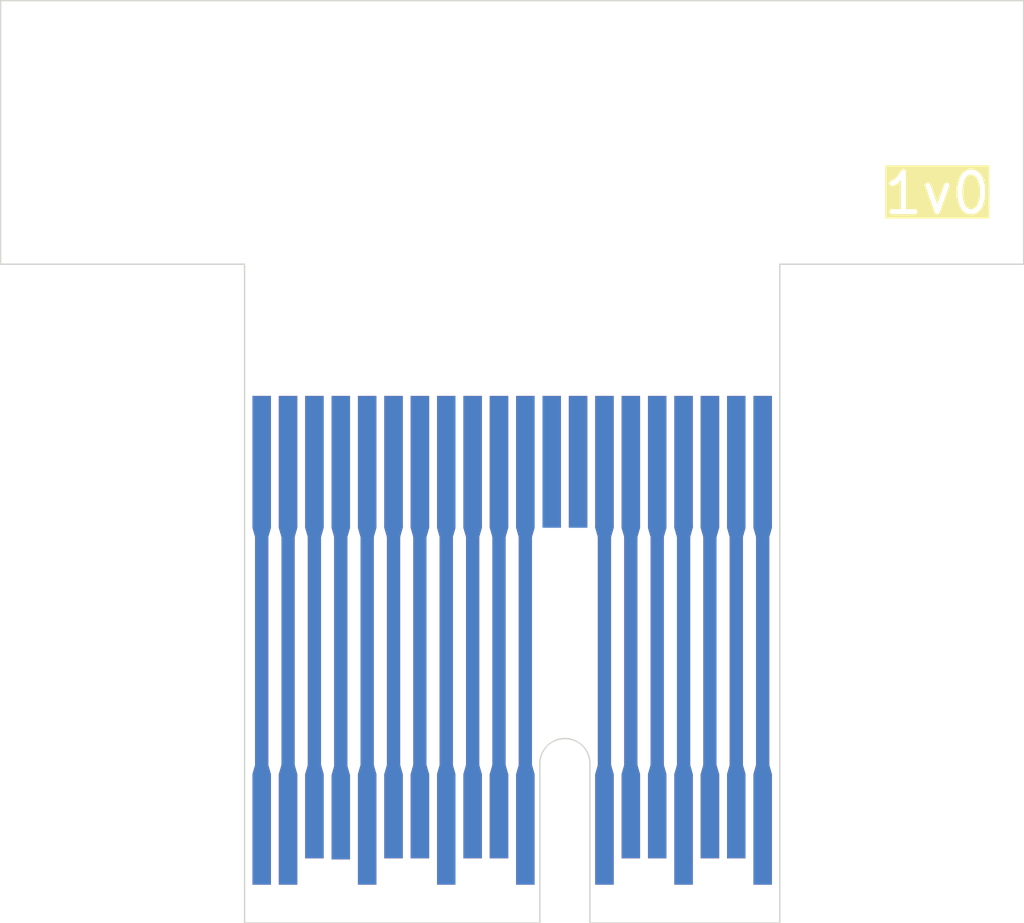
<source format=kicad_pcb>
(kicad_pcb (version 20241229) (generator "pcbnew") (generator_version "9.0")
  (layers (0 "F.Cu" signal) (2 "B.Cu" signal) (13 "F.Paste" user) (15 "B.Paste" user) (5 "F.SilkS" user "F.Silkscreen") (7 "B.SilkS" user "B.Silkscreen") (1 "F.Mask" user) (3 "B.Mask" user) (25 "Edge.Cuts" user))
  (net 0 "")
  (net 1 "Net-(J1-Pin_28)")
  (net 2 "Net-(J1-Pin_20)")
  (net 4 "Net-(J1-Pin_39)")
  (net 5 "Net-(J1-Pin_10)")
  (net 6 "Net-(J1-Pin_12)")
  (net 7 "Net-(J1-Pin_22)")
  (net 8 "Net-(J1-Pin_16)")
  (net 9 "Net-(J1-Pin_6)")
  (net 10 "Net-(J1-Pin_15)")
  (net 11 "Net-(J1-Pin_38)")
  (net 12 "Net-(J1-Pin_18)")
  (net 13 "Net-(J1-Pin_35)")
  (net 14 "Net-(J1-Pin_36)")
  (net 16 "Net-(J1-Pin_2)")
  (net 17 "Net-(J1-Pin_40)")
  (net 18 "Net-(J1-Pin_8)")
  (net 19 "Net-(J1-Pin_19)")
  (net 21 "Net-(J1-Pin_33)")
  (net 22 "Net-(J1-Pin_3)")
  (net 23 "Net-(J1-Pin_37)")
  (net 24 "Net-(J1-Pin_34)")
  (net 25 "Net-(J1-Pin_1)")
  (net 26 "Net-(J1-Pin_30)")
  (net 27 "Net-(J1-Pin_29)")
  (net 28 "Net-(J1-Pin_9)")
  (net 29 "Net-(J1-Pin_17)")
  (net 30 "Net-(J1-Pin_31)")
  (net 32 "Net-(J1-Pin_32)")
  (net 33 "Net-(J1-Pin_4)")
  (net 34 "Net-(J1-Pin_14)")
  (net 35 "Net-(J1-Pin_27)")
  (net 36 "Net-(J1-Pin_21)")
  (net 37 "Net-(J1-Pin_5)")
  (net 38 "Net-(J1-Pin_11)")
  (net 39 "Net-(J1-Pin_7)")
  (net 40 "Net-(J1-Pin_13)")
  (footprint "Custom_Library:Samtec_pcie-036" (layer "F.Cu") (at 144 79.75)
    (property "Reference" "J2" (hide yes))
    (property "Value" "PCIE-036")
    (pad "1" connect rect (at -11.5 2.5) (size 0.7 4.19) (layers "F.Cu" "F.Mask") (net 25 "Net-(J1-Pin_1)") (clearance 0.15))
    (pad "2" connect rect (at -11.5 2.5) (size 0.7 4.19) (layers "B.Cu" "B.Mask") (net 16 "Net-(J1-Pin_2)") (clearance 0.15))
    (pad "3" connect rect (at -10.5 2.5) (size 0.7 4.19) (layers "F.Cu" "F.Mask") (net 22 "Net-(J1-Pin_3)") (clearance 0.15))
    (pad "4" connect rect (at -10.5 2.5) (size 0.7 4.19) (layers "B.Cu" "B.Mask") (net 33 "Net-(J1-Pin_4)") (clearance 0.15))
    (pad "5" connect rect (at -9.5 2) (size 0.7 3.19) (layers "F.Cu" "F.Mask") (net 37 "Net-(J1-Pin_5)") (clearance 0.15))
    (pad "6" connect rect (at -9.5 2) (size 0.7 3.19) (layers "B.Cu" "B.Mask") (net 9 "Net-(J1-Pin_6)") (clearance 0.15))
    (pad "7" connect rect (at -8.5 2.04) (size 0.7 3.19) (layers "F.Cu" "F.Mask") (net 39 "Net-(J1-Pin_7)") (clearance 0.15))
    (pad "8" connect rect (at -8.5 2.04) (size 0.7 3.19) (layers "B.Cu" "B.Mask") (net 18 "Net-(J1-Pin_8)") (clearance 0.15))
    (pad "9" connect rect (at -7.5 2.5) (size 0.7 4.19) (layers "F.Cu" "F.Mask") (net 28 "Net-(J1-Pin_9)") (clearance 0.15))
    (pad "10" connect rect (at -7.5 2.5) (size 0.7 4.19) (layers "B.Cu" "B.Mask") (net 5 "Net-(J1-Pin_10)") (clearance 0.15))
    (pad "11" connect rect (at -6.5 2) (size 0.7 3.19) (layers "F.Cu" "F.Mask") (net 38 "Net-(J1-Pin_11)") (clearance 0.15))
    (pad "12" connect rect (at -6.5 2) (size 0.7 3.19) (layers "B.Cu" "B.Mask") (net 6 "Net-(J1-Pin_12)") (clearance 0.15))
    (pad "13" connect rect (at -5.5 2) (size 0.7 3.19) (layers "F.Cu" "F.Mask") (net 40 "Net-(J1-Pin_13)") (clearance 0.15))
    (pad "14" connect rect (at -5.5 2) (size 0.7 3.19) (layers "B.Cu" "B.Mask") (net 34 "Net-(J1-Pin_14)") (clearance 0.15))
    (pad "15" connect rect (at -4.5 2.5) (size 0.7 4.19) (layers "F.Cu" "F.Mask") (net 10 "Net-(J1-Pin_15)") (clearance 0.15))
    (pad "16" connect rect (at -4.5 2.5) (size 0.7 4.19) (layers "B.Cu" "B.Mask") (net 8 "Net-(J1-Pin_16)") (clearance 0.15))
    (pad "17" connect rect (at -3.5 2) (size 0.7 3.19) (layers "F.Cu" "F.Mask") (net 29 "Net-(J1-Pin_17)") (clearance 0.15))
    (pad "18" connect rect (at -3.5 2) (size 0.7 3.19) (layers "B.Cu" "B.Mask") (net 12 "Net-(J1-Pin_18)") (clearance 0.15))
    (pad "19" connect rect (at -2.5 2) (size 0.7 3.19) (layers "F.Cu" "F.Mask") (net 19 "Net-(J1-Pin_19)") (clearance 0.15))
    (pad "20" connect rect (at -2.5 2) (size 0.7 3.19) (layers "B.Cu" "B.Mask") (net 2 "Net-(J1-Pin_20)") (clearance 0.15))
    (pad "21" connect rect (at -1.5 2.5) (size 0.7 4.19) (layers "F.Cu" "F.Mask") (net 36 "Net-(J1-Pin_21)") (clearance 0.15))
    (pad "22" connect rect (at -1.5 2.5) (size 0.7 4.19) (layers "B.Cu" "B.Mask") (net 7 "Net-(J1-Pin_22)") (clearance 0.15))
    (pad "23" connect rect (at 1.5 2.5) (size 0.7 4.19) (layers "F.Cu" "F.Mask") (net 35 "Net-(J1-Pin_27)") (clearance 0.15))
    (pad "24" connect rect (at 1.5 2.5) (size 0.7 4.19) (layers "B.Cu" "B.Mask") (net 1 "Net-(J1-Pin_28)") (clearance 0.15))
    (pad "25" connect rect (at 2.5 2) (size 0.7 3.19) (layers "F.Cu" "F.Mask") (net 27 "Net-(J1-Pin_29)") (clearance 0.15))
    (pad "26" connect rect (at 2.5 2) (size 0.7 3.19) (layers "B.Cu" "B.Mask") (net 26 "Net-(J1-Pin_30)") (clearance 0.15))
    (pad "27" connect rect (at 3.5 2) (size 0.7 3.19) (layers "F.Cu" "F.Mask") (net 30 "Net-(J1-Pin_31)") (clearance 0.15))
    (pad "28" connect rect (at 3.5 2) (size 0.7 3.19) (layers "B.Cu" "B.Mask") (net 32 "Net-(J1-Pin_32)") (clearance 0.15))
    (pad "29" connect rect (at 4.5 2.5) (size 0.7 4.19) (layers "F.Cu" "F.Mask") (net 21 "Net-(J1-Pin_33)") (clearance 0.15))
    (pad "30" connect rect (at 4.5 2.5) (size 0.7 4.19) (layers "B.Cu" "B.Mask") (net 24 "Net-(J1-Pin_34)") (clearance 0.15))
    (pad "31" connect rect (at 5.5 2) (size 0.7 3.19) (layers "F.Cu" "F.Mask") (net 13 "Net-(J1-Pin_35)") (clearance 0.15))
    (pad "32" connect rect (at 5.5 2) (size 0.7 3.19) (layers "B.Cu" "B.Mask") (net 14 "Net-(J1-Pin_36)") (clearance 0.15))
    (pad "33" connect rect (at 6.5 2) (size 0.7 3.19) (layers "F.Cu" "F.Mask") (net 23 "Net-(J1-Pin_37)") (clearance 0.15))
    (pad "34" connect rect (at 6.5 2) (size 0.7 3.19) (layers "B.Cu" "B.Mask") (net 11 "Net-(J1-Pin_38)") (clearance 0.15))
    (pad "35" connect rect (at 7.5 2.5) (size 0.7 4.19) (layers "F.Cu" "F.Mask") (net 4 "Net-(J1-Pin_39)") (clearance 0.15))
    (pad "36" connect rect (at 7.5 2.5) (size 0.7 4.19) (layers "B.Cu" "B.Mask") (net 17 "Net-(J1-Pin_40)") (clearance 0.15))
  )
  (footprint "Custom_Library:Samtec_pcie-SAL120" (layer "F.Cu") (at 142 68.3)
    (property "Reference" "J1" (hide yes))
    (property "Value" "SAL-120")
    (pad "1" connect rect (at -9.5 0) (size 0.7 5) (layers "F.Cu" "F.Mask") (net 25 "Net-(J1-Pin_1)") (clearance 0.15))
    (pad "2" connect rect (at -9.5 0) (size 0.7 5) (layers "B.Cu" "B.Mask") (net 16 "Net-(J1-Pin_2)") (clearance 0.15))
    (pad "3" connect rect (at -8.5 0) (size 0.7 5) (layers "F.Cu" "F.Mask") (net 22 "Net-(J1-Pin_3)") (clearance 0.15))
    (pad "4" connect rect (at -8.5 0) (size 0.7 5) (layers "B.Cu" "B.Mask") (net 33 "Net-(J1-Pin_4)") (clearance 0.15))
    (pad "5" connect rect (at -7.5 0) (size 0.7 5) (layers "F.Cu" "F.Mask") (net 37 "Net-(J1-Pin_5)") (clearance 0.15))
    (pad "6" connect rect (at -7.5 0) (size 0.7 5) (layers "B.Cu" "B.Mask") (net 9 "Net-(J1-Pin_6)") (clearance 0.15))
    (pad "7" connect rect (at -6.5 0) (size 0.7 5) (layers "F.Cu" "F.Mask") (net 39 "Net-(J1-Pin_7)") (clearance 0.15))
    (pad "8" connect rect (at -6.5 0) (size 0.7 5) (layers "B.Cu" "B.Mask") (net 18 "Net-(J1-Pin_8)") (clearance 0.15))
    (pad "9" connect rect (at -5.5 0) (size 0.7 5) (layers "F.Cu" "F.Mask") (net 28 "Net-(J1-Pin_9)") (clearance 0.15))
    (pad "10" connect rect (at -5.5 0) (size 0.7 5) (layers "B.Cu" "B.Mask") (net 5 "Net-(J1-Pin_10)") (clearance 0.15))
    (pad "11" connect rect (at -4.5 0) (size 0.7 5) (layers "F.Cu" "F.Mask") (net 38 "Net-(J1-Pin_11)") (clearance 0.15))
    (pad "12" connect rect (at -4.5 0) (size 0.7 5) (layers "B.Cu" "B.Mask") (net 6 "Net-(J1-Pin_12)") (clearance 0.15))
    (pad "13" connect rect (at -3.5 0) (size 0.7 5) (layers "F.Cu" "F.Mask") (net 40 "Net-(J1-Pin_13)") (clearance 0.15))
    (pad "14" connect rect (at -3.5 0) (size 0.7 5) (layers "B.Cu" "B.Mask") (net 34 "Net-(J1-Pin_14)") (clearance 0.15))
    (pad "15" connect rect (at -2.5 0) (size 0.7 5) (layers "F.Cu" "F.Mask") (net 10 "Net-(J1-Pin_15)") (clearance 0.15))
    (pad "16" connect rect (at -2.5 0) (size 0.7 5) (layers "B.Cu" "B.Mask") (net 8 "Net-(J1-Pin_16)") (clearance 0.15))
    (pad "17" connect rect (at -1.5 0) (size 0.7 5) (layers "F.Cu" "F.Mask") (net 29 "Net-(J1-Pin_17)") (clearance 0.15))
    (pad "18" connect rect (at -1.5 0) (size 0.7 5) (layers "B.Cu" "B.Mask") (net 12 "Net-(J1-Pin_18)") (clearance 0.15))
    (pad "19" connect rect (at -0.5 0) (size 0.7 5) (layers "F.Cu" "F.Mask") (net 19 "Net-(J1-Pin_19)") (clearance 0.15))
    (pad "20" connect rect (at -0.5 0) (size 0.7 5) (layers "B.Cu" "B.Mask") (net 2 "Net-(J1-Pin_20)") (clearance 0.15))
    (pad "21" connect rect (at 0.5 0) (size 0.7 5) (layers "F.Cu" "F.Mask") (net 36 "Net-(J1-Pin_21)") (clearance 0.15))
    (pad "22" connect rect (at 0.5 0) (size 0.7 5) (layers "B.Cu" "B.Mask") (net 7 "Net-(J1-Pin_22)") (clearance 0.15))
    (pad "23" connect rect (at 1.5 0) (size 0.7 5) (layers "F.Cu" "F.Mask") (clearance 0.15))
    (pad "24" connect rect (at 1.5 0) (size 0.7 5) (layers "B.Cu" "B.Mask") (clearance 0.15))
    (pad "25" connect rect (at 2.5 0) (size 0.7 5) (layers "F.Cu" "F.Mask") (clearance 0.15))
    (pad "26" connect rect (at 2.5 0) (size 0.7 5) (layers "B.Cu" "B.Mask") (clearance 0.15))
    (pad "27" connect rect (at 3.5 0) (size 0.7 5) (layers "F.Cu" "F.Mask") (net 35 "Net-(J1-Pin_27)") (clearance 0.15))
    (pad "28" connect rect (at 3.5 0) (size 0.7 5) (layers "B.Cu" "B.Mask") (net 1 "Net-(J1-Pin_28)") (clearance 0.15))
    (pad "29" connect rect (at 4.5 0) (size 0.7 5) (layers "F.Cu" "F.Mask") (net 27 "Net-(J1-Pin_29)") (clearance 0.15))
    (pad "30" connect rect (at 4.5 0) (size 0.7 5) (layers "B.Cu" "B.Mask") (net 26 "Net-(J1-Pin_30)") (clearance 0.15))
    (pad "31" connect rect (at 5.5 0) (size 0.7 5) (layers "F.Cu" "F.Mask") (net 30 "Net-(J1-Pin_31)") (clearance 0.15))
    (pad "32" connect rect (at 5.5 0) (size 0.7 5) (layers "B.Cu" "B.Mask") (net 32 "Net-(J1-Pin_32)") (clearance 0.15))
    (pad "33" connect rect (at 6.5 0) (size 0.7 5) (layers "F.Cu" "F.Mask") (net 21 "Net-(J1-Pin_33)") (clearance 0.15))
    (pad "34" connect rect (at 6.5 0) (size 0.7 5) (layers "B.Cu" "B.Mask") (net 24 "Net-(J1-Pin_34)") (clearance 0.15))
    (pad "35" connect rect (at 7.5 0) (size 0.7 5) (layers "F.Cu" "F.Mask") (net 13 "Net-(J1-Pin_35)") (clearance 0.15))
    (pad "36" connect rect (at 7.5 0) (size 0.7 5) (layers "B.Cu" "B.Mask") (net 14 "Net-(J1-Pin_36)") (clearance 0.15))
    (pad "37" connect rect (at 8.5 0) (size 0.7 5) (layers "F.Cu" "F.Mask") (net 23 "Net-(J1-Pin_37)") (clearance 0.15))
    (pad "38" connect rect (at 8.5 0) (size 0.7 5) (layers "B.Cu" "B.Mask") (net 11 "Net-(J1-Pin_38)") (clearance 0.15))
    (pad "39" connect rect (at 9.5 0) (size 0.7 5) (layers "F.Cu" "F.Mask") (net 4 "Net-(J1-Pin_39)") (clearance 0.15))
    (pad "40" connect rect (at 9.5 0) (size 0.7 5) (layers "B.Cu" "B.Mask") (net 17 "Net-(J1-Pin_40)") (clearance 0.15))
  )
  (gr_line (start 131.85 60.8) (end 122.6 60.8) (stroke (width 0.05)) (layer "Edge.Cuts"))
  (gr_line (start 143.05 79.75) (end 143.05 85.8) (stroke (width 0.05)) (layer "Edge.Cuts"))
  (gr_line (start 144.95 85.8) (end 152.15 85.8) (stroke (width 0.05)) (layer "Edge.Cuts"))
  (gr_line (start 131.85 85.8) (end 131.85 60.8) (stroke (width 0.05)) (layer "Edge.Cuts"))
  (gr_line (start 122.6 50.8) (end 161.4 50.8) (stroke (width 0.05)) (layer "Edge.Cuts"))
  (gr_line (start 143.05 85.8) (end 131.85 85.8) (stroke (width 0.05)) (layer "Edge.Cuts"))
  (gr_line (start 144.95 79.75) (end 144.95 85.8) (stroke (width 0.05)) (layer "Edge.Cuts"))
  (gr_line (start 161.4 60.8) (end 152.15 60.8) (stroke (width 0.05)) (layer "Edge.Cuts"))
  (gr_arc (start 143.05 79.75) (mid 144 78.8) (end 144.95 79.75) (stroke (width 0.05)) (layer "Edge.Cuts"))
  (gr_line (start 161.4 50.8) (end 161.4 60.8) (stroke (width 0.05)) (layer "Edge.Cuts"))
  (gr_line (start 152.15 85.8) (end 152.15 60.8) (stroke (width 0.05)) (layer "Edge.Cuts"))
  (gr_line (start 122.6 60.8) (end 122.6 50.8) (stroke (width 0.05)) (layer "Edge.Cuts"))
  (gr_text "1v0" (at 156 59 0) (layer "F.SilkS" knockout) (effects (font (size 1.5 1.5) (thickness 0.1875)) (justify left bottom)))
  (segment (start 145.5 82.25) (end 145.5 68.3) (width 0.5) (layer "B.Cu") (net 1))
  (segment (start 141.5 81.75) (end 141.5 68.3) (width 0.5) (layer "B.Cu") (net 2))
  (segment (start 151.5 82.29) (end 151.5 68.3) (width 0.5) (layer "F.Cu") (net 4))
  (segment (start 136.5 82.29) (end 136.5 68.3) (width 0.5) (layer "B.Cu") (net 5))
  (segment (start 137.5 81.75) (end 137.5 68.3) (width 0.5) (layer "B.Cu") (net 6))
  (segment (start 142.5 82.25) (end 142.5 68.3) (width 0.5) (layer "B.Cu") (net 7))
  (segment (start 139.5 82.25) (end 139.5 68.3) (width 0.5) (layer "B.Cu") (net 8))
  (segment (start 134.5 81.79) (end 134.5 68.3) (width 0.5) (layer "B.Cu") (net 9))
  (segment (start 139.5 82.29) (end 139.5 68.3) (width 0.5) (layer "F.Cu") (net 10))
  (segment (start 150.5 81.75) (end 150.5 68.3) (width 0.5) (layer "B.Cu") (net 11))
  (segment (start 140.5 81.75) (end 140.5 68.3) (width 0.5) (layer "B.Cu") (net 12))
  (segment (start 149.5 81.79) (end 149.5 68.3) (width 0.5) (layer "F.Cu") (net 13))
  (segment (start 149.5 81.75) (end 149.5 68.3) (width 0.5) (layer "B.Cu") (net 14))
  (segment (start 132.5 82.29) (end 132.5 68.3) (width 0.5) (layer "B.Cu") (net 16))
  (segment (start 151.5 82.25) (end 151.5 68.3) (width 0.5) (layer "B.Cu") (net 17))
  (segment (start 135.5 81.79) (end 135.5 68.3) (width 0.5) (layer "B.Cu") (net 18))
  (segment (start 141.5 81.79) (end 141.5 68.3) (width 0.5) (layer "F.Cu") (net 19))
  (segment (start 148.5 82.29) (end 148.5 68.3) (width 0.5) (layer "F.Cu") (net 21))
  (segment (start 133.5 82.29) (end 133.5 68.3) (width 0.5) (layer "F.Cu") (net 22))
  (segment (start 150.5 81.79) (end 150.5 68.3) (width 0.5) (layer "F.Cu") (net 23))
  (segment (start 148.5 82.25) (end 148.5 68.3) (width 0.5) (layer "B.Cu") (net 24))
  (segment (start 132.5 82.25) (end 132.5 68.3) (width 0.5) (layer "F.Cu") (net 25))
  (segment (start 146.5 81.75) (end 146.5 68.3) (width 0.5) (layer "B.Cu") (net 26))
  (segment (start 146.5 81.79) (end 146.5 68.3) (width 0.5) (layer "F.Cu") (net 27))
  (segment (start 136.5 82.29) (end 136.5 68.3) (width 0.5) (layer "F.Cu") (net 28))
  (segment (start 140.5 81.79) (end 140.5 68.3) (width 0.5) (layer "F.Cu") (net 29))
  (segment (start 147.5 81.79) (end 147.5 68.3) (width 0.5) (layer "F.Cu") (net 30))
  (segment (start 147.5 81.75) (end 147.5 68.3) (width 0.5) (layer "B.Cu") (net 32))
  (segment (start 133.5 82.29) (end 133.5 68.3) (width 0.5) (layer "B.Cu") (net 33))
  (segment (start 138.5 81.75) (end 138.5 68.3) (width 0.5) (layer "B.Cu") (net 34))
  (segment (start 145.5 82.29) (end 145.5 68.3) (width 0.5) (layer "F.Cu") (net 35))
  (segment (start 142.5 82.29) (end 142.5 68.3) (width 0.5) (layer "F.Cu") (net 36))
  (segment (start 134.5 81.79) (end 134.5 68.3) (width 0.5) (layer "F.Cu") (net 37))
  (segment (start 137.5 81.79) (end 137.5 68.3) (width 0.5) (layer "F.Cu") (net 38))
  (segment (start 135.5 81.79) (end 135.5 68.3) (width 0.5) (layer "F.Cu") (net 39))
  (segment (start 138.5 81.79) (end 138.5 68.3) (width 0.5) (layer "F.Cu") (net 40))
)
</source>
